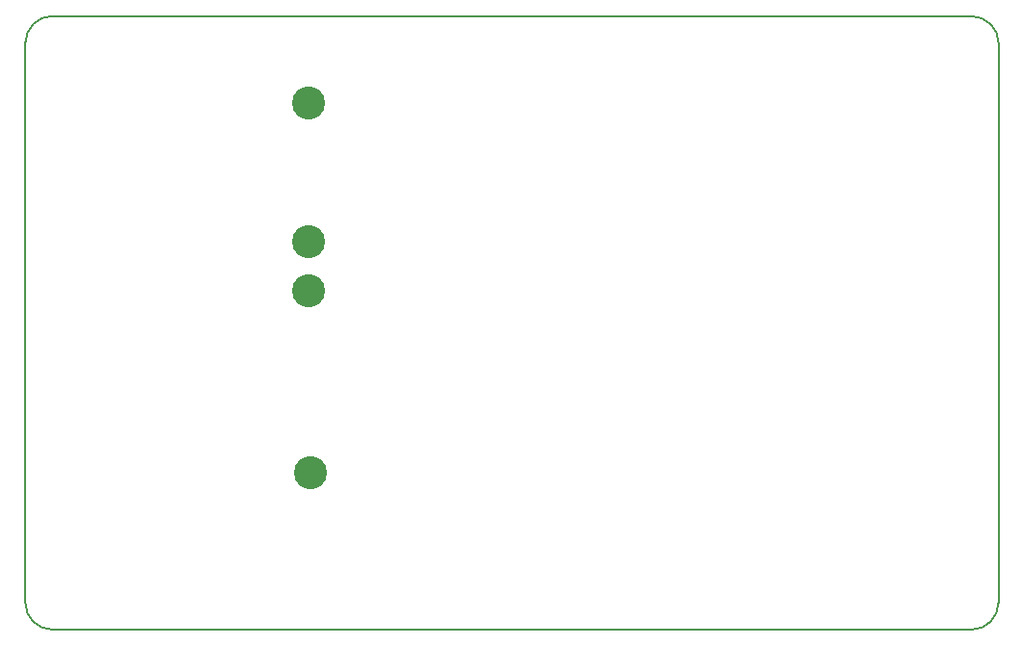
<source format=gbr>
%TF.GenerationSoftware,KiCad,Pcbnew,4.0.2+dfsg1-stable*%
%TF.CreationDate,2018-05-09T16:15:41+02:00*%
%TF.ProjectId,carte_7816,63617274655F373831362E6B69636164,rev?*%
%TF.FileFunction,Soldermask,Top*%
%FSLAX46Y46*%
G04 Gerber Fmt 4.6, Leading zero omitted, Abs format (unit mm)*
G04 Created by KiCad (PCBNEW 4.0.2+dfsg1-stable) date mer. 09 mai 2018 16:15:41 CEST*
%MOMM*%
G01*
G04 APERTURE LIST*
%ADD10C,0.100000*%
%ADD11C,0.150000*%
%ADD12C,2.899360*%
G04 APERTURE END LIST*
D10*
D11*
X85471000Y51562000D02*
X85471000Y2413000D01*
X2413000Y0D02*
X83058000Y0D01*
X0Y51562000D02*
X0Y2413000D01*
X83058000Y53975000D02*
X2413000Y53975000D01*
X83058000Y0D02*
G75*
G03X85471000Y2413000I0J2413000D01*
G01*
X0Y2413000D02*
G75*
G03X2413000Y0I2413000J0D01*
G01*
X2413000Y53975000D02*
G75*
G03X0Y51562000I0J-2413000D01*
G01*
X85471000Y51562000D02*
G75*
G03X83058000Y53975000I-2413000J0D01*
G01*
D12*
X24892000Y46355000D03*
X24892000Y34163000D03*
X25019000Y13792200D03*
X24892000Y29819600D03*
M02*

</source>
